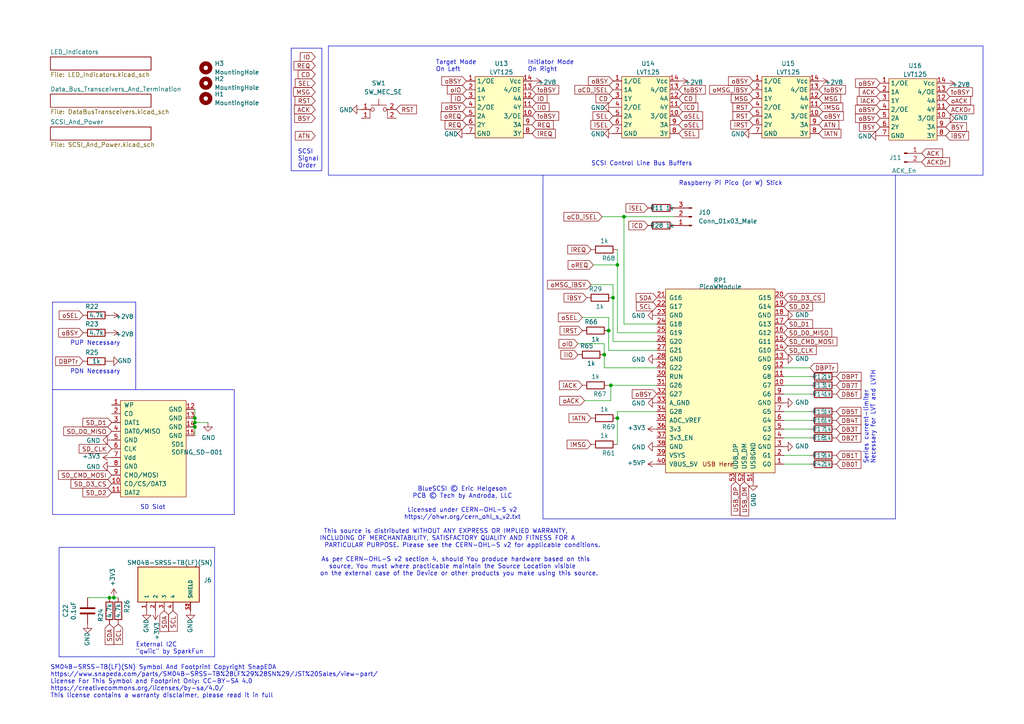
<source format=kicad_sch>
(kicad_sch (version 20231120) (generator "eeschema") (generator_version "8.0")
  (paper "A4")
  (title_block (title "BlueSCSI V2, Desktop 50 Pin, Top Connector, 2023.10a") (date "October 2023") (rev "1") (company "Tech by Androda, LLC"))
  (lib_symbols
    (symbol "Connector:Conn_01x02_Male" (pin_names (offset 1.016) hide)
      (property "Reference" "J" (at 0 2.54 0))
      (property "Value" "Conn_01x02_Male" (at 0 -5.08 0))
      (symbol "Conn_01x02_Male_1_1"
        (polyline (pts (xy 1.27 -2.54) (xy 0.8636 -2.54)) (stroke (width 0.1524)))
        (polyline (pts (xy 1.27 0) (xy 0.8636 0)) (stroke (width 0.1524)))
        (rectangle (start 0.8636 -2.413) (end 0 -2.667) (stroke (width 0.1524)) (fill (type outline)))
        (rectangle (start 0.8636 0.127) (end 0 -0.127) (stroke (width 0.1524)) (fill (type outline)))
        (pin passive line (at 5.08 0 180) (length 3.81) (name "Pin_1") (number "1"))
        (pin passive line (at 5.08 -2.54 180) (length 3.81) (name "Pin_2") (number "2"))
      )
    )
    (symbol "Connector:Conn_01x03_Male" (pin_names (offset 1.016) hide)
      (property "Reference" "J" (at 0 5.08 0))
      (property "Value" "Conn_01x03_Male" (at 0 -5.08 0))
      (symbol "Conn_01x03_Male_1_1"
        (polyline (pts (xy 1.27 -2.54) (xy 0.8636 -2.54)) (stroke (width 0.1524)))
        (polyline (pts (xy 1.27 0) (xy 0.8636 0)) (stroke (width 0.1524)))
        (polyline (pts (xy 1.27 2.54) (xy 0.8636 2.54)) (stroke (width 0.1524)))
        (rectangle (start 0.8636 -2.413) (end 0 -2.667) (stroke (width 0.1524)) (fill (type outline)))
        (rectangle (start 0.8636 0.127) (end 0 -0.127) (stroke (width 0.1524)) (fill (type outline)))
        (rectangle (start 0.8636 2.667) (end 0 2.413) (stroke (width 0.1524)) (fill (type outline)))
        (pin passive line (at 5.08 2.54 180) (length 3.81) (name "Pin_1") (number "1"))
        (pin passive line (at 5.08 0 180) (length 3.81) (name "Pin_2") (number "2"))
        (pin passive line (at 5.08 -2.54 180) (length 3.81) (name "Pin_3") (number "3"))
      )
    )
    (symbol "Device:C" (pin_numbers hide) (pin_names (offset 0.254))
      (property "Reference" "C" (at 0.635 2.54 0))
      (property "Value" "C" (at 0.635 -2.54 0))
      (symbol "C_0_1"
        (polyline (pts (xy -2.032 -0.762) (xy 2.032 -0.762)) (stroke (width 0.508)))
        (polyline (pts (xy -2.032 0.762) (xy 2.032 0.762)) (stroke (width 0.508)))
      )
      (symbol "C_1_1"
        (pin passive line (at 0 3.81 270) (length 2.794) (name "~") (number "1"))
        (pin passive line (at 0 -3.81 90) (length 2.794) (name "~") (number "2"))
      )
    )
    (symbol "Device:R" (pin_numbers hide) (pin_names (offset 0))
      (property "Reference" "R" (at 2.032 0 90))
      (property "Value" "R" (at 0 0 90))
      (symbol "R_0_1"
        (rectangle (start -1.016 -2.54) (end 1.016 2.54) (stroke (width 0.254)))
      )
      (symbol "R_1_1"
        (pin passive line (at 0 3.81 270) (length 1.27) (name "~") (number "1"))
        (pin passive line (at 0 -3.81 90) (length 1.27) (name "~") (number "2"))
      )
    )
    (symbol "Mechanical:MountingHole" (pin_names (offset 1.016))
      (property "Reference" "H" (at 0 5.08 0))
      (property "Value" "MountingHole" (at 0 3.175 0))
      (symbol "MountingHole_0_1"
        (circle (center 0 0) (radius 1.27) (stroke (width 1.27)))
      )
    )
    (symbol "New_Library:LVT125"
      (property "Reference" "U" (at 0 0 0))
      (property "Value" "LVT125" (at 0 2.54 0))
      (symbol "LVT125_0_1"
        (rectangle (start -7.62 -1.27) (end 6.35 -19.05) (fill (type background)))
        (rectangle (start 7.62 -12.7) (end 7.62 -12.7))
      )
      (symbol "LVT125_1_1"
        (pin input line (at -10.16 -2.54 0) (length 2.54) (name "1/OE") (number "1"))
        (pin bidirectional line (at 8.89 -12.7 180) (length 2.54) (name "3/OE") (number "10"))
        (pin bidirectional line (at 8.89 -10.16 180) (length 2.54) (name "4Y") (number "11"))
        (pin bidirectional line (at 8.89 -7.62 180) (length 2.54) (name "4A") (number "12"))
        (pin bidirectional line (at 8.89 -5.08 180) (length 2.54) (name "4/OE") (number "13"))
        (pin bidirectional line (at 8.89 -2.54 180) (length 2.54) (name "Vcc") (number "14"))
        (pin bidirectional line (at -10.16 -5.08 0) (length 2.54) (name "1A") (number "2"))
        (pin bidirectional line (at -10.16 -7.62 0) (length 2.54) (name "1Y") (number "3"))
        (pin bidirectional line (at -10.16 -10.16 0) (length 2.54) (name "2/OE") (number "4"))
        (pin bidirectional line (at -10.16 -12.7 0) (length 2.54) (name "2A") (number "5"))
        (pin bidirectional line (at -10.16 -15.24 0) (length 2.54) (name "2Y") (number "6"))
        (pin bidirectional line (at -10.16 -17.78 0) (length 2.54) (name "GND") (number "7"))
        (pin bidirectional line (at 8.89 -17.78 180) (length 2.54) (name "3Y") (number "8"))
        (pin bidirectional line (at 8.89 -15.24 180) (length 2.54) (name "3A") (number "9"))
      )
    )
    (symbol "New_Library:PicoWModule" (pin_names (offset 1.016))
      (property "Reference" "RP1" (at 0 -10.16 0))
      (property "Value" "PicoWModule" (at 0 -12.7 0))
      (symbol "PicoWModule_0_0"
        (text "USB Here" (at 1.27 -3.81 0) (effects (font (size 1.27 1.27))))
      )
      (symbol "PicoWModule_0_1"
        (rectangle (start 16.51 -1.27) (end -15.24 -54.61) (fill (type background)))
      )
      (symbol "PicoWModule_1_1"
        (pin bidirectional line (at -17.78 -3.81 0) (length 2.54) (name "G0") (number "1"))
        (pin bidirectional line (at -17.78 -26.67 0) (length 2.54) (name "G7") (number "10"))
        (pin bidirectional line (at -17.78 -29.21 0) (length 2.54) (name "G8") (number "11"))
        (pin bidirectional line (at -17.78 -31.75 0) (length 2.54) (name "G9") (number "12"))
        (pin bidirectional line (at -17.78 -34.29 0) (length 2.54) (name "GND") (number "13"))
        (pin bidirectional line (at -17.78 -36.83 0) (length 2.54) (name "G10") (number "14"))
        (pin bidirectional line (at -17.78 -39.37 0) (length 2.54) (name "G11") (number "15"))
        (pin bidirectional line (at -17.78 -41.91 0) (length 2.54) (name "G12") (number "16"))
        (pin bidirectional line (at -17.78 -44.45 0) (length 2.54) (name "G13") (number "17"))
        (pin power_in line (at -17.78 -46.99 0) (length 2.54) (name "GND") (number "18"))
        (pin power_in line (at -17.78 -49.53 0) (length 2.54) (name "G14") (number "19"))
        (pin bidirectional line (at -17.78 -6.35 0) (length 2.54) (name "G1") (number "2"))
        (pin power_in line (at -17.78 -52.07 0) (length 2.54) (name "G15") (number "20"))
        (pin power_in line (at 19.05 -52.07 180) (length 2.54) (name "G16") (number "21"))
        (pin bidirectional line (at 19.05 -49.53 180) (length 2.54) (name "G17") (number "22"))
        (pin bidirectional line (at 19.05 -46.99 180) (length 2.54) (name "GND") (number "23"))
        (pin bidirectional line (at 19.05 -44.45 180) (length 2.54) (name "G18") (number "24"))
        (pin input line (at 19.05 -41.91 180) (length 2.54) (name "G19") (number "25"))
        (pin bidirectional line (at 19.05 -39.37 180) (length 2.54) (name "G20") (number "26"))
        (pin bidirectional line (at 19.05 -36.83 180) (length 2.54) (name "G21") (number "27"))
        (pin bidirectional line (at 19.05 -34.29 180) (length 2.54) (name "GND") (number "28"))
        (pin bidirectional line (at 19.05 -31.75 180) (length 2.54) (name "G22") (number "29"))
        (pin bidirectional line (at -17.78 -8.89 0) (length 2.54) (name "GND") (number "3"))
        (pin bidirectional line (at 19.05 -29.21 180) (length 2.54) (name "RUN") (number "30"))
        (pin bidirectional line (at 19.05 -26.67 180) (length 2.54) (name "G26") (number "31"))
        (pin bidirectional line (at 19.05 -24.13 180) (length 2.54) (name "G27") (number "32"))
        (pin bidirectional line (at 19.05 -21.59 180) (length 2.54) (name "A_GND") (number "33"))
        (pin bidirectional line (at 19.05 -19.05 180) (length 2.54) (name "G28") (number "34"))
        (pin bidirectional line (at 19.05 -16.51 180) (length 2.54) (name "ADC_VREF") (number "35"))
        (pin bidirectional line (at 19.05 -13.97 180) (length 2.54) (name "3v3") (number "36"))
        (pin bidirectional line (at 19.05 -11.43 180) (length 2.54) (name "3v3_EN") (number "37"))
        (pin power_in line (at 19.05 -8.89 180) (length 2.54) (name "GND") (number "38"))
        (pin power_in line (at 19.05 -6.35 180) (length 2.54) (name "VSYS") (number "39"))
        (pin bidirectional line (at -17.78 -11.43 0) (length 2.54) (name "G2") (number "4"))
        (pin power_in line (at 19.05 -3.81 180) (length 2.54) (name "VBUS_5V") (number "40"))
        (pin bidirectional line (at -17.78 -13.97 0) (length 2.54) (name "G3") (number "5"))
        (pin input line (at -8.89 1.27 270) (length 2.54) (name "USBGND") (number "51"))
        (pin input line (at -6.35 1.27 270) (length 2.54) (name "USB_DM") (number "52"))
        (pin input line (at -3.81 1.27 270) (length 2.54) (name "UDB_DP") (number "53"))
        (pin bidirectional line (at -17.78 -16.51 0) (length 2.54) (name "G4") (number "6"))
        (pin bidirectional line (at -17.78 -19.05 0) (length 2.54) (name "G5") (number "7"))
        (pin bidirectional line (at -17.78 -21.59 0) (length 2.54) (name "GND") (number "8"))
        (pin bidirectional line (at -17.78 -24.13 0) (length 2.54) (name "G6") (number "9"))
      )
    )
    (symbol "New_Library:SM04B-SRSS-TB(LF)(SN)" (pin_names (offset 1.016))
      (property "Reference" "J" (at -5.0831 8.1433 0))
      (property "Value" "SM04B-SRSS-TB(LF)(SN)" (at 7.62 -15.24 90))
      (symbol "SM04B-SRSS-TB(LF)(SN)_0_0"
        (rectangle (start -5.08 -10.16) (end 5.08 7.62) (stroke (width 0.254)) (fill (type background)))
        (pin passive line (at -7.62 5.08 0) (length 2.54) (name "1") (number "1"))
        (pin passive line (at -7.62 2.54 0) (length 2.54) (name "2") (number "2"))
        (pin passive line (at -7.62 0 0) (length 2.54) (name "3") (number "3"))
        (pin passive line (at -7.62 -2.54 0) (length 2.54) (name "4") (number "4"))
        (pin passive line (at -7.62 -7.62 0) (length 2.54) (name "SHIELD") (number "S1"))
        (pin passive line (at -7.62 -7.62 0) (length 2.54) (name "SHIELD") (number "S2"))
      )
    )
    (symbol "Switch:SW_MEC_5E" (pin_names (offset 1.016) hide)
      (property "Reference" "SW1" (at 0 10.16 0))
      (property "Value" "SW_MEC_5E" (at 0 7.62 0))
      (symbol "SW_MEC_5E_0_1"
        (circle (center -1.778 2.54) (radius 0.508))
        (polyline (pts (xy -2.286 3.81) (xy 2.286 3.81)))
        (polyline (pts (xy 0 3.81) (xy 0 5.588)))
        (polyline (pts (xy -2.54 0) (xy -2.54 2.54) (xy -2.286 2.54)))
        (polyline (pts (xy 2.54 0) (xy 2.54 2.54) (xy 2.286 2.54)))
        (circle (center 1.778 2.54) (radius 0.508))
        (pin passive line (at -5.08 2.54 0) (length 2.54) (name "1") (number "1"))
        (pin passive line (at -5.08 0 0) (length 2.54) (name "2") (number "1"))
        (pin passive line (at 5.08 2.54 180) (length 2.54) (name "A") (number "2"))
        (pin passive line (at 5.08 0 180) (length 2.54) (name "K") (number "2"))
      )
    )
    (symbol "custom_symbols:SOFNG_SD-001" (pin_names (offset 1.016))
      (property "Reference" "SD" (at 0 0 0))
      (property "Value" "custom_symbols_SOFNG_SD-001" (at 0 2.54 0))
      (symbol "SOFNG_SD-001_0_1"
        (rectangle (start -3.81 -2.54) (end 15.24 -30.48) (fill (type background)))
      )
      (symbol "SOFNG_SD-001_1_1"
        (pin input line (at -6.35 -3.81 0) (length 2.54) (name "WP") (number "1"))
        (pin input line (at -6.35 -26.67 0) (length 2.54) (name "CD/CS/DAT3") (number "10"))
        (pin input line (at -6.35 -29.21 0) (length 2.54) (name "DAT2") (number "11"))
        (pin power_in line (at 17.78 -5.08 180) (length 2.54) (name "GND") (number "12"))
        (pin power_in line (at 17.78 -7.62 180) (length 2.54) (name "GND") (number "13"))
        (pin power_in line (at 17.78 -10.16 180) (length 2.54) (name "GND") (number "14"))
        (pin power_in line (at 17.78 -12.7 180) (length 2.54) (name "GND") (number "15"))
        (pin input line (at -6.35 -6.35 0) (length 2.54) (name "CD") (number "2"))
        (pin input line (at -6.35 -8.89 0) (length 2.54) (name "DAT1") (number "3"))
        (pin input line (at -6.35 -11.43 0) (length 2.54) (name "DAT0/MISO") (number "4"))
        (pin power_in line (at -6.35 -13.97 0) (length 2.54) (name "GND") (number "5"))
        (pin input line (at -6.35 -16.51 0) (length 2.54) (name "CLK") (number "6"))
        (pin power_in line (at -6.35 -19.05 0) (length 2.54) (name "Vdd") (number "7"))
        (pin power_in line (at -6.35 -21.59 0) (length 2.54) (name "GND") (number "8"))
        (pin input line (at -6.35 -24.13 0) (length 2.54) (name "CMD/MOSI") (number "9"))
      )
    )
    (symbol "power:+2V8" (power) (pin_names (offset 0))
      (property "Value" "+2V8" (at 0 3.556 0))
      (symbol "+2V8_0_1"
        (polyline (pts (xy -0.762 1.27) (xy 0 2.54)))
        (polyline (pts (xy 0 0) (xy 0 2.54)))
        (polyline (pts (xy 0 2.54) (xy 0.762 1.27)))
      )
      (symbol "+2V8_1_1"
        (pin power_in line (at 0 0 90) (length 0) hide (name "+2V8") (number "1"))
      )
    )
    (symbol "power:+3V3" (power) (pin_names (offset 0))
      (property "Value" "+3V3" (at 0 3.556 0))
      (symbol "+3V3_0_1"
        (polyline (pts (xy -0.762 1.27) (xy 0 2.54)))
        (polyline (pts (xy 0 0) (xy 0 2.54)))
        (polyline (pts (xy 0 2.54) (xy 0.762 1.27)))
      )
      (symbol "+3V3_1_1"
        (pin power_in line (at 0 0 90) (length 0) hide (name "+3V3") (number "1"))
      )
    )
    (symbol "power:+5VP" (power) (pin_names (offset 0))
      (property "Value" "+5VP" (at 0 3.556 0))
      (symbol "+5VP_0_1"
        (polyline (pts (xy -0.762 1.27) (xy 0 2.54)))
        (polyline (pts (xy 0 0) (xy 0 2.54)))
        (polyline (pts (xy 0 2.54) (xy 0.762 1.27)))
      )
      (symbol "+5VP_1_1"
        (pin power_in line (at 0 0 90) (length 0) hide (name "+5VP") (number "1"))
      )
    )
    (symbol "power:GND" (power) (pin_names (offset 0))
      (property "Value" "GND" (at 0 -3.81 0))
      (symbol "GND_0_1"
        (polyline (pts (xy 0 0) (xy 0 -1.27) (xy 1.27 -1.27) (xy 0 -2.54) (xy -1.27 -1.27) (xy 0 -1.27)))
      )
      (symbol "GND_1_1"
        (pin power_in line (at 0 0 270) (length 0) hide (name "GND") (number "1"))
      )
    )
  )
  (junction (at 179.07 121.285))
  (junction (at 177.165 111.76))
  (junction (at 56.515 123.825))
  (junction (at 56.515 122.555))
  (junction (at 31.75 173.355))
  (junction (at 180.975 62.865))
  (junction (at 176.53 95.885))
  (junction (at 177.8 86.36))
  (junction (at 179.07 76.835))
  (junction (at 33.02 173.355))
  (junction (at 56.515 121.285))
  (junction (at 175.26 102.87))
  (polyline (pts (xy 84.455 49.53) (xy 93.345 49.53)))
  (wire (pts (xy 175.26 99.695) (xy 175.26 102.87)))
  (wire (pts (xy 175.26 106.68) (xy 190.5 106.68)))
  (wire (pts (xy 169.545 116.205) (xy 177.165 116.205)))
  (polyline (pts (xy 259.715 150.495) (xy 157.48 150.495)))
  (wire (pts (xy 176.53 101.6) (xy 176.53 95.885)))
  (wire (pts (xy 190.5 96.52) (xy 179.07 96.52)))
  (polyline (pts (xy 62.23 190.5) (xy 17.145 190.5)))
  (polyline (pts (xy 17.145 158.75) (xy 62.23 158.75)))
  (wire (pts (xy 56.515 123.825) (xy 56.515 126.365)))
  (wire (pts (xy 227.33 121.92) (xy 234.95 121.92)))
  (wire (pts (xy 179.07 76.835) (xy 179.07 96.52)))
  (wire (pts (xy 168.91 92.075) (xy 176.53 92.075)))
  (wire (pts (xy 227.33 132.08) (xy 234.95 132.08)))
  (wire (pts (xy 190.5 93.98) (xy 180.975 93.98)))
  (wire (pts (xy 227.33 114.3) (xy 234.95 114.3)))
  (wire (pts (xy 177.165 111.76) (xy 190.5 111.76)))
  (wire (pts (xy 180.975 62.865) (xy 180.975 93.98)))
  (wire (pts (xy 172.085 76.835) (xy 179.07 76.835)))
  (wire (pts (xy 190.5 99.06) (xy 177.8 99.06)))
  (wire (pts (xy 175.26 106.68) (xy 175.26 102.87)))
  (wire (pts (xy 227.33 124.46) (xy 234.95 124.46)))
  (wire (pts (xy 190.5 101.6) (xy 176.53 101.6)))
  (wire (pts (xy 176.53 111.76) (xy 177.165 111.76)))
  (wire (pts (xy 174.625 62.865) (xy 180.975 62.865)))
  (polyline (pts (xy 15.24 113.03) (xy 15.24 149.225)))
  (polyline (pts (xy 15.24 113.03) (xy 15.24 87.63)))
  (wire (pts (xy 33.02 173.355) (xy 34.29 173.355)))
  (wire (pts (xy 177.165 116.205) (xy 177.165 111.76)))
  (wire (pts (xy 176.53 92.075) (xy 176.53 95.885)))
  (wire (pts (xy 56.515 122.555) (xy 56.515 123.825)))
  (polyline (pts (xy 15.24 87.63) (xy 39.37 87.63)))
  (wire (pts (xy 179.07 119.38) (xy 190.5 119.38)))
  (wire (pts (xy 177.8 82.55) (xy 177.8 86.36)))
  (wire (pts (xy 56.515 118.745) (xy 56.515 121.285)))
  (wire (pts (xy 177.8 99.06) (xy 177.8 86.36)))
  (polyline (pts (xy 39.37 87.63) (xy 39.37 113.03)))
  (wire (pts (xy 179.07 72.39) (xy 179.07 76.835)))
  (wire (pts (xy 179.07 119.38) (xy 179.07 121.285)))
  (wire (pts (xy 25.4 173.355) (xy 31.75 173.355)))
  (wire (pts (xy 227.33 119.38) (xy 234.95 119.38)))
  (wire (pts (xy 60.325 122.555) (xy 56.515 122.555)))
  (wire (pts (xy 167.64 99.695) (xy 175.26 99.695)))
  (polyline (pts (xy 17.145 190.5) (xy 17.145 158.75)))
  (polyline (pts (xy 285.115 50.8) (xy 95.25 50.8)))
  (wire (pts (xy 171.45 82.55) (xy 177.8 82.55)))
  (polyline (pts (xy 93.345 49.53) (xy 93.345 13.97)))
  (wire (pts (xy 227.33 127) (xy 234.95 127)))
  (polyline (pts (xy 84.455 13.97) (xy 84.455 49.53)))
  (polyline (pts (xy 15.24 113.03) (xy 67.945 113.03)))
  (polyline (pts (xy 95.25 13.335) (xy 285.115 13.335)))
  (wire (pts (xy 31.75 173.355) (xy 33.02 173.355)))
  (wire (pts (xy 227.33 106.68) (xy 234.95 106.68)))
  (wire (pts (xy 227.33 111.76) (xy 234.95 111.76)))
  (wire (pts (xy 56.515 121.285) (xy 56.515 122.555)))
  (wire (pts (xy 227.33 134.62) (xy 234.95 134.62)))
  (polyline (pts (xy 67.945 149.225) (xy 67.945 113.03)))
  (wire (pts (xy 179.07 121.285) (xy 179.07 128.905)))
  (wire (pts (xy 227.33 109.22) (xy 234.95 109.22)))
  (polyline (pts (xy 84.455 13.97) (xy 93.345 13.97)))
  (polyline (pts (xy 95.25 50.8) (xy 95.25 13.335)))
  (polyline (pts (xy 62.23 158.75) (xy 62.23 190.5)))
  (polyline (pts (xy 157.48 150.495) (xy 157.48 50.8)))
  (wire (pts (xy 180.975 62.865) (xy 195.58 62.865)))
  (polyline (pts (xy 15.24 149.225) (xy 67.945 149.225)))
  (polyline (pts (xy 285.115 13.335) (xy 285.115 50.8)))
  (polyline (pts (xy 259.715 50.8) (xy 259.715 150.495)))
  (text "Series current-limiter\nNecessary for LVT and LVTH" (at 254 134.62 90) (effects (font (size 1.27 1.27)) (justify left bottom)))
  (text "Target Mode\nOn Left" (at 126.365 20.955 0) (effects (font (size 1.27 1.27)) (justify left bottom)))
  (text "SCSI Control Line Bus Buffers" (at 171.45 48.26 0) (effects (font (size 1.27 1.27)) (justify left bottom)))
  (text "Initiator Mode\nOn Right" (at 153.035 20.955 0) (effects (font (size 1.27 1.27)) (justify left bottom)))
  (text "SM04B-SRSS-TB(LF)(SN) Symbol And Footprint Copyright SnapEDA\nhttps://www.snapeda.com/parts/SM04B-SRSS-TB%28LF%29%28SN%29/JST%20Sales/view-part/\nLicense For This Symbol and Footprint Only: CC-BY-SA 4.0\nhttps://creativecommons.org/licenses/by-sa/4.0/\nThis license contains a warranty disclaimer, please read it in full" (at 14.605 202.565 0) (effects (font (size 1.27 1.27)) (justify left bottom)))
  (text "External I2C\n\"qwiic\" by SparkFun" (at 39.37 189.865 0) (effects (font (size 1.27 1.27)) (justify left bottom)))
  (text "SCSI\nSignal\nOrder" (at 86.36 48.895 0) (effects (font (size 1.27 1.27)) (justify left bottom)))
  (text "SD Slot" (at 40.64 147.955 0) (effects (font (size 1.27 1.27)) (justify left bottom)))
  (text "BlueSCSI © Eric Helgeson\nPCB © Tech by Androda, LLC\n\nLicensed under CERN-OHL-S v2\nhttps://ohwr.org/cern_ohl_s_v2.txt\n\nThis source is distributed WITHOUT ANY EXPRESS OR IMPLIED WARRANTY,          \nINCLUDING OF MERCHANTABILITY, SATISFACTORY QUALITY AND FITNESS FOR A         \nPARTICULAR PURPOSE. Please see the CERN-OHL-S v2 for applicable conditions.\n\nAs per CERN-OHL-S v2 section 4, should You produce hardware based on this    \nsource, You must where practicable maintain the Source Location visible      \non the external case of the Device or other products you make using this source.  \n" (at 134.112 154.178 0) (effects (font (size 1.27 1.27))))
  (text "PUP Necessary" (at 20.32 100.33 0) (effects (font (size 1.27 1.27)) (justify left bottom)))
  (text "PDN Necessary" (at 20.32 108.585 0) (effects (font (size 1.27 1.27)) (justify left bottom)))
  (text "Raspberry Pi Pico (or W) Stick" (at 196.85 53.975 0) (effects (font (size 1.27 1.27)) (justify left bottom)))
  (global_label "oSEL" (shape input) (at 24.13 91.44 180) (property "Intersheetrefs" "${INTERSHEET_REFS}" (effects (hide yes))))
  (global_label "MSG" (shape input) (at 237.49 28.575 0) (property "Intersheetrefs" "${INTERSHEET_REFS}" (effects (hide yes))))
  (global_label "iATN" (shape input) (at 237.49 38.735 0) (property "Intersheetrefs" "${INTERSHEET_REFS}" (effects (hide yes))))
  (global_label "SCL" (shape input) (at 190.5 88.9 180) (property "Intersheetrefs" "${INTERSHEET_REFS}" (effects (hide yes))))
  (global_label "CD" (shape input) (at 177.8 28.575 180) (property "Intersheetrefs" "${INTERSHEET_REFS}" (effects (hide yes))))
  (global_label "iMSG" (shape input) (at 171.45 128.905 180) (property "Intersheetrefs" "${INTERSHEET_REFS}" (effects (hide yes))))
  (global_label "oSEL" (shape input) (at 196.85 33.655 0) (property "Intersheetrefs" "${INTERSHEET_REFS}" (effects (hide yes))))
  (global_label "IO" (shape input) (at 154.305 28.575 0) (property "Intersheetrefs" "${INTERSHEET_REFS}" (effects (hide yes))))
  (global_label "DB1T" (shape input) (at 242.57 132.08 0) (property "Intersheetrefs" "${INTERSHEET_REFS}" (effects (hide yes))))
  (global_label "oSEL" (shape input) (at 168.91 92.075 180) (property "Intersheetrefs" "${INTERSHEET_REFS}" (effects (hide yes))))
  (global_label "DBPTr" (shape input) (at 24.13 104.775 180) (property "Intersheetrefs" "${INTERSHEET_REFS}" (effects (hide yes))))
  (global_label "SD_D1" (shape input) (at 32.385 122.555 180) (property "Intersheetrefs" "${INTERSHEET_REFS}" (effects (hide yes))))
  (global_label "MSG" (shape input) (at 91.44 26.67 180) (property "Intersheetrefs" "${INTERSHEET_REFS}" (effects (hide yes))))
  (global_label "IO" (shape input) (at 91.44 16.51 180) (property "Intersheetrefs" "${INTERSHEET_REFS}" (effects (hide yes))))
  (global_label "oIO" (shape input) (at 135.255 26.035 180) (property "Intersheetrefs" "${INTERSHEET_REFS}" (effects (hide yes))))
  (global_label "REQ" (shape input) (at 91.44 19.05 180) (property "Intersheetrefs" "${INTERSHEET_REFS}" (effects (hide yes))))
  (global_label "oBSY" (shape input) (at 255.27 24.13 180) (property "Intersheetrefs" "${INTERSHEET_REFS}" (effects (hide yes))))
  (global_label "iSEL" (shape input) (at 187.96 60.325 180) (property "Intersheetrefs" "${INTERSHEET_REFS}" (effects (hide yes))))
  (global_label "ACKDr" (shape input) (at 267.335 46.99 0) (property "Intersheetrefs" "${INTERSHEET_REFS}" (effects (hide yes))))
  (global_label "oBSY" (shape input) (at 177.8 23.495 180) (property "Intersheetrefs" "${INTERSHEET_REFS}" (effects (hide yes))))
  (global_label "!oBSY" (shape input) (at 154.305 26.035 0) (property "Intersheetrefs" "${INTERSHEET_REFS}" (effects (hide yes))))
  (global_label "oACK" (shape input) (at 274.32 29.21 0) (property "Intersheetrefs" "${INTERSHEET_REFS}" (effects (hide yes))))
  (global_label "oBSY" (shape input) (at 255.27 31.75 180) (property "Intersheetrefs" "${INTERSHEET_REFS}" (effects (hide yes))))
  (global_label "BSY" (shape input) (at 255.27 36.83 180) (property "Intersheetrefs" "${INTERSHEET_REFS}" (effects (hide yes))))
  (global_label "oMSG_iBSY" (shape input) (at 218.44 26.035 180) (property "Intersheetrefs" "${INTERSHEET_REFS}" (effects (hide yes))))
  (global_label "iMSG" (shape input) (at 237.49 31.115 0) (property "Intersheetrefs" "${INTERSHEET_REFS}" (effects (hide yes))))
  (global_label "REQ" (shape input) (at 154.305 36.195 0) (property "Intersheetrefs" "${INTERSHEET_REFS}" (effects (hide yes))))
  (global_label "ATN" (shape input) (at 237.49 36.195 0) (property "Intersheetrefs" "${INTERSHEET_REFS}" (effects (hide yes))))
  (global_label "DB7T" (shape input) (at 242.57 111.76 0) (property "Intersheetrefs" "${INTERSHEET_REFS}" (effects (hide yes))))
  (global_label "SD_CMD_MOSI" (shape input) (at 32.385 137.795 180) (property "Intersheetrefs" "${INTERSHEET_REFS}" (effects (hide yes))))
  (global_label "RST" (shape input) (at 218.44 31.115 180) (property "Intersheetrefs" "${INTERSHEET_REFS}" (effects (hide yes))))
  (global_label "IO" (shape input) (at 135.255 28.575 180) (property "Intersheetrefs" "${INTERSHEET_REFS}" (effects (hide yes))))
  (global_label "SD_D0_MISO" (shape input) (at 227.33 96.52 0) (property "Intersheetrefs" "${INTERSHEET_REFS}" (effects (hide yes))))
  (global_label "BSY" (shape input) (at 274.32 36.83 0) (property "Intersheetrefs" "${INTERSHEET_REFS}" (effects (hide yes))))
  (global_label "iREQ" (shape input) (at 171.45 72.39 180) (property "Intersheetrefs" "${INTERSHEET_REFS}" (effects (hide yes))))
  (global_label "oBSY" (shape input) (at 237.49 33.655 0) (property "Intersheetrefs" "${INTERSHEET_REFS}" (effects (hide yes))))
  (global_label "SDA" (shape input) (at 31.75 180.975 270) (property "Intersheetrefs" "${INTERSHEET_REFS}" (effects (hide yes))))
  (global_label "ATN" (shape input) (at 91.44 39.37 180) (property "Intersheetrefs" "${INTERSHEET_REFS}" (effects (hide yes))))
  (global_label "SD_D3_CS" (shape input) (at 227.33 86.36 0) (property "Intersheetrefs" "${INTERSHEET_REFS}" (effects (hide yes))))
  (global_label "oBSY" (shape input) (at 135.255 31.115 180) (property "Intersheetrefs" "${INTERSHEET_REFS}" (effects (hide yes))))
  (global_label "iCD" (shape input) (at 187.96 65.405 180) (property "Intersheetrefs" "${INTERSHEET_REFS}" (effects (hide yes))))
  (global_label "SD_D0_MISO" (shape input) (at 32.385 125.095 180) (property "Intersheetrefs" "${INTERSHEET_REFS}" (effects (hide yes))))
  (global_label "oMSG_iBSY" (shape input) (at 171.45 82.55 180) (property "Intersheetrefs" "${INTERSHEET_REFS}" (effects (hide yes))))
  (global_label "oBSY" (shape input) (at 218.44 23.495 180) (property "Intersheetrefs" "${INTERSHEET_REFS}" (effects (hide yes))))
  (global_label "BSY" (shape input) (at 91.44 34.29 180) (property "Intersheetrefs" "${INTERSHEET_REFS}" (effects (hide yes))))
  (global_label "iIO" (shape input) (at 154.305 31.115 0) (property "Intersheetrefs" "${INTERSHEET_REFS}" (effects (hide yes))))
  (global_label "iREQ" (shape input) (at 154.305 38.735 0) (property "Intersheetrefs" "${INTERSHEET_REFS}" (effects (hide yes))))
  (global_label "SCL" (shape input) (at 50.165 177.165 270) (property "Intersheetrefs" "${INTERSHEET_REFS}" (effects (hide yes))))
  (global_label "iRST" (shape input) (at 168.91 95.885 180) (property "Intersheetrefs" "${INTERSHEET_REFS}" (effects (hide yes))))
  (global_label "iSEL" (shape input) (at 177.8 36.195 180) (property "Intersheetrefs" "${INTERSHEET_REFS}" (effects (hide yes))))
  (global_label "DBPTr" (shape input) (at 234.95 106.68 0) (property "Intersheetrefs" "${INTERSHEET_REFS}" (effects (hide yes))))
  (global_label "ACK" (shape input) (at 267.335 44.45 0) (property "Intersheetrefs" "${INTERSHEET_REFS}" (effects (hide yes))))
  (global_label "oREQ" (shape input) (at 135.255 33.655 180) (property "Intersheetrefs" "${INTERSHEET_REFS}" (effects (hide yes))))
  (global_label "ACK" (shape input) (at 91.44 31.75 180) (property "Intersheetrefs" "${INTERSHEET_REFS}" (effects (hide yes))))
  (global_label "SD_CMD_MOSI" (shape input) (at 227.33 99.06 0) (property "Intersheetrefs" "${INTERSHEET_REFS}" (effects (hide yes))))
  (global_label "oBSY" (shape input) (at 255.27 34.29 180) (property "Intersheetrefs" "${INTERSHEET_REFS}" (effects (hide yes))))
  (global_label "RST" (shape input) (at 218.44 33.655 180) (property "Intersheetrefs" "${INTERSHEET_REFS}" (effects (hide yes))))
  (global_label "SEL" (shape input) (at 196.85 38.735 0) (property "Intersheetrefs" "${INTERSHEET_REFS}" (effects (hide yes))))
  (global_label "ACKDr" (shape input) (at 274.32 31.75 0) (property "Intersheetrefs" "${INTERSHEET_REFS}" (effects (hide yes))))
  (global_label "DB6T" (shape input) (at 242.57 114.3 0) (property "Intersheetrefs" "${INTERSHEET_REFS}" (effects (hide yes))))
  (global_label "oCD_iSEL" (shape input) (at 177.8 26.035 180) (property "Intersheetrefs" "${INTERSHEET_REFS}" (effects (hide yes))))
  (global_label "RST" (shape input) (at 91.44 29.21 180) (property "Intersheetrefs" "${INTERSHEET_REFS}" (effects (hide yes))))
  (global_label "SD_D2" (shape input) (at 32.385 142.875 180) (property "Intersheetrefs" "${INTERSHEET_REFS}" (effects (hide yes))))
  (global_label "iATN" (shape input) (at 171.45 121.285 180) (property "Intersheetrefs" "${INTERSHEET_REFS}" (effects (hide yes))))
  (global_label "CD" (shape input) (at 91.44 21.59 180) (property "Intersheetrefs" "${INTERSHEET_REFS}" (effects (hide yes))))
  (global_label "SD_D1" (shape input) (at 227.33 93.98 0) (property "Intersheetrefs" "${INTERSHEET_REFS}" (effects (hide yes))))
  (global_label "SEL" (shape input) (at 91.44 24.13 180) (property "Intersheetrefs" "${INTERSHEET_REFS}" (effects (hide yes))))
  (global_label "!oBSY" (shape input) (at 196.85 26.035 0) (property "Intersheetrefs" "${INTERSHEET_REFS}" (effects (hide yes))))
  (global_label "REQ" (shape input) (at 135.255 36.195 180) (property "Intersheetrefs" "${INTERSHEET_REFS}" (effects (hide yes))))
  (global_label "SEL" (shape input) (at 177.8 33.655 180) (property "Intersheetrefs" "${INTERSHEET_REFS}" (effects (hide yes))))
  (global_label "iIO" (shape input) (at 167.64 102.87 180) (property "Intersheetrefs" "${INTERSHEET_REFS}" (effects (hide yes))))
  (global_label "RST" (shape input) (at 114.935 31.75 0) (property "Intersheetrefs" "${INTERSHEET_REFS}" (effects (hide yes))))
  (global_label "DB5T" (shape input) (at 242.57 119.38 0) (property "Intersheetrefs" "${INTERSHEET_REFS}" (effects (hide yes))))
  (global_label "!oBSY" (shape input) (at 237.49 26.035 0) (property "Intersheetrefs" "${INTERSHEET_REFS}" (effects (hide yes))))
  (global_label "!oBSY" (shape input) (at 154.305 33.655 0) (property "Intersheetrefs" "${INTERSHEET_REFS}" (effects (hide yes))))
  (global_label "SD_D2" (shape input) (at 227.33 88.9 0) (property "Intersheetrefs" "${INTERSHEET_REFS}" (effects (hide yes))))
  (global_label "SD_CLK" (shape input) (at 227.33 101.6 0) (property "Intersheetrefs" "${INTERSHEET_REFS}" (effects (hide yes))))
  (global_label "USB_DP" (shape input) (at 213.36 139.7 270) (property "Intersheetrefs" "${INTERSHEET_REFS}" (effects (hide yes))))
  (global_label "DB2T" (shape input) (at 242.57 127 0) (property "Intersheetrefs" "${INTERSHEET_REFS}" (effects (hide yes))))
  (global_label "oCD_iSEL" (shape input) (at 174.625 62.865 180) (property "Intersheetrefs" "${INTERSHEET_REFS}" (effects (hide yes))))
  (global_label "iRST" (shape input) (at 218.44 36.195 180) (property "Intersheetrefs" "${INTERSHEET_REFS}" (effects (hide yes))))
  (global_label "oIO" (shape input) (at 167.64 99.695 180) (property "Intersheetrefs" "${INTERSHEET_REFS}" (effects (hide yes))))
  (global_label "oBSY" (shape input) (at 135.255 23.495 180) (property "Intersheetrefs" "${INTERSHEET_REFS}" (effects (hide yes))))
  (global_label "iACK" (shape input) (at 255.27 29.21 180) (property "Intersheetrefs" "${INTERSHEET_REFS}" (effects (hide yes))))
  (global_label "iBSY" (shape input) (at 274.32 39.37 0) (property "Intersheetrefs" "${INTERSHEET_REFS}" (effects (hide yes))))
  (global_label "oBSY" (shape input) (at 190.5 114.3 180) (property "Intersheetrefs" "${INTERSHEET_REFS}" (effects (hide yes))))
  (global_label "SD_CLK" (shape input) (at 32.385 130.175 180) (property "Intersheetrefs" "${INTERSHEET_REFS}" (effects (hide yes))))
  (global_label "SCL" (shape input) (at 34.29 180.975 270) (property "Intersheetrefs" "${INTERSHEET_REFS}" (effects (hide yes))))
  (global_label "SDA" (shape input) (at 47.625 177.165 270) (property "Intersheetrefs" "${INTERSHEET_REFS}" (effects (hide yes))))
  (global_label "DB3T" (shape input) (at 242.57 124.46 0) (property "Intersheetrefs" "${INTERSHEET_REFS}" (effects (hide yes))))
  (global_label "oBSY" (shape input) (at 24.13 96.52 180) (property "Intersheetrefs" "${INTERSHEET_REFS}" (effects (hide yes))))
  (global_label "oSEL" (shape input) (at 196.85 36.195 0) (property "Intersheetrefs" "${INTERSHEET_REFS}" (effects (hide yes))))
  (global_label "DBPT" (shape input) (at 242.57 109.22 0) (property "Intersheetrefs" "${INTERSHEET_REFS}" (effects (hide yes))))
  (global_label "SD_D3_CS" (shape input) (at 32.385 140.335 180) (property "Intersheetrefs" "${INTERSHEET_REFS}" (effects (hide yes))))
  (global_label "SDA" (shape input) (at 190.5 86.36 180) (property "Intersheetrefs" "${INTERSHEET_REFS}" (effects (hide yes))))
  (global_label "iCD" (shape input) (at 196.85 31.115 0) (property "Intersheetrefs" "${INTERSHEET_REFS}" (effects (hide yes))))
  (global_label "USB_DM" (shape input) (at 215.9 139.7 270) (property "Intersheetrefs" "${INTERSHEET_REFS}" (effects (hide yes))))
  (global_label "DB4T" (shape input) (at 242.57 121.92 0) (property "Intersheetrefs" "${INTERSHEET_REFS}" (effects (hide yes))))
  (global_label "iBSY" (shape input) (at 170.18 86.36 180) (property "Intersheetrefs" "${INTERSHEET_REFS}" (effects (hide yes))))
  (global_label "CD" (shape input) (at 196.85 28.575 0) (property "Intersheetrefs" "${INTERSHEET_REFS}" (effects (hide yes))))
  (global_label "MSG" (shape input) (at 218.44 28.575 180) (property "Intersheetrefs" "${INTERSHEET_REFS}" (effects (hide yes))))
  (global_label "oACK" (shape input) (at 169.545 116.205 180) (property "Intersheetrefs" "${INTERSHEET_REFS}" (effects (hide yes))))
  (global_label "oREQ" (shape input) (at 172.085 76.835 180) (property "Intersheetrefs" "${INTERSHEET_REFS}" (effects (hide yes))))
  (global_label "iACK" (shape input) (at 168.91 111.76 180) (property "Intersheetrefs" "${INTERSHEET_REFS}" (effects (hide yes))))
  (global_label "!oBSY" (shape input) (at 274.32 26.67 0) (property "Intersheetrefs" "${INTERSHEET_REFS}" (effects (hide yes))))
  (global_label "DB0T" (shape input) (at 242.57 134.62 0) (property "Intersheetrefs" "${INTERSHEET_REFS}" (effects (hide yes))))
  (global_label "ACK" (shape input) (at 255.27 26.67 180) (property "Intersheetrefs" "${INTERSHEET_REFS}" (effects (hide yes))))
  (symbol (lib_id "power:+3V3") (at 190.5 124.46 90) (unit 1)
    (property "Reference" "#PWR047" (effects (hide yes)))
    (property "Value" "+3V3" (at 187.2488 124.079 90) (effects (justify left)))
  )
  (symbol (lib_id "power:+5VP") (at 190.5 134.62 90) (unit 1)
    (property "Reference" "#PWR036" (effects (hide yes)))
    (property "Value" "+5VP" (at 187.2488 134.239 90) (effects (justify left)))
  )
  (symbol (lib_id "power:GND") (at 190.5 116.84 270) (unit 1)
    (property "Reference" "#PWR037" (effects (hide yes)))
    (property "Value" "GND" (at 187.2488 116.967 90) (effects (justify right)))
  )
  (symbol (lib_id "power:GND") (at 218.44 38.735 270) (unit 1)
    (property "Reference" "#PWR032" (effects (hide yes)))
    (property "Value" "GND" (at 214.0458 38.862 90))
  )
  (symbol (lib_id "Device:R") (at 175.26 121.285 270) (unit 1)
    (property "Reference" "R69" (at 176.53 123.825 90))
    (property "Value" "1k" (at 175.26 118.745 90))
    (property "Footprint" "Resistor_SMD:R_0402_1005Metric" (effects (hide yes)))
  )
  (symbol (lib_id "Device:R") (at 175.26 128.905 270) (unit 1)
    (property "Reference" "R61" (at 176.53 131.445 90))
    (property "Value" "1k" (at 175.26 126.365 90))
    (property "Footprint" "Resistor_SMD:R_0402_1005Metric" (effects (hide yes)))
  )
  (symbol (lib_id "power:GND") (at 190.5 91.44 270) (unit 1)
    (property "Reference" "#PWR061" (effects (hide yes)))
    (property "Value" "GND" (at 187.2488 91.567 90) (effects (justify right)))
  )
  (symbol (lib_id "New_Library:LVT125") (at 228.6 20.955 0) (unit 1)
    (property "Reference" "U15" (at 228.6 18.415 0))
    (property "Value" "LVT125" (at 228.6 20.955 0))
    (property "Footprint" "Package_SO:TSSOP-14_4.4x5mm_P0.65mm" (effects (hide yes)))
  )
  (symbol (lib_id "power:GND") (at 60.325 122.555 0) (unit 1)
    (property "Reference" "#PWR051" (effects (hide yes)))
    (property "Value" "GND" (at 60.452 126.9492 0))
  )
  (symbol (lib_id "power:+2V8") (at 237.49 23.495 270) (unit 1)
    (property "Reference" "#PWR079" (effects (hide yes)))
    (property "Value" "+2V8" (at 241.8842 23.876 90))
  )
  (symbol (lib_id "power:GND") (at 227.33 91.44 90) (unit 1)
    (property "Reference" "#PWR064" (effects (hide yes)))
    (property "Value" "GND" (at 230.5812 91.313 90) (effects (justify right)))
  )
  (symbol (lib_id "Device:R") (at 238.76 114.3 90) (unit 1)
    (property "Reference" "R14" (at 237.49 114.3 90))
    (property "Value" "1k" (at 240.03 114.3 90))
    (property "Footprint" "Resistor_SMD:R_0402_1005Metric_Pad0.72x0.64mm_HandSolder" (effects (hide yes)))
  )
  (symbol (lib_id "Device:R") (at 173.99 86.36 90) (unit 1)
    (property "Reference" "R29" (at 172.72 83.82 90))
    (property "Value" "1k" (at 173.99 88.9 90))
    (property "Footprint" "Resistor_SMD:R_0402_1005Metric" (effects (hide yes)))
  )
  (symbol (lib_id "New_Library:PicoWModule") (at 209.55 138.43 180) (unit 1)
    (property "Reference" "RP1" (at 208.915 81.28 0))
    (property "Value" "PicoWModule" (at 208.915 83.185 0))
    (property "Footprint" "Library:Raspberry_Pi_PicoW_SMT_THT" (effects (hide yes)))
  )
  (symbol (lib_id "Mechanical:MountingHole") (at 59.69 24.13 0) (unit 1)
    (property "Reference" "H2" (at 62.23 22.8599 0) (effects (justify left)))
    (property "Value" "MountingHole" (at 62.23 25.3999 0) (effects (justify left)))
    (property "Footprint" "MountingHole:MountingHole_3.2mm_M3" (effects (hide yes)))
  )
  (symbol (lib_id "power:GND") (at 177.8 38.735 270) (unit 1)
    (property "Reference" "#PWR030" (effects (hide yes)))
    (property "Value" "GND" (at 173.4058 38.862 90))
  )
  (symbol (lib_id "power:GND") (at 190.5 129.54 270) (unit 1)
    (property "Reference" "#PWR063" (effects (hide yes)))
    (property "Value" "GND" (at 187.2488 129.667 90) (effects (justify right)))
  )
  (symbol (lib_id "Connector:Conn_01x03_Male") (at 200.66 62.865 180) (unit 1)
    (property "Reference" "J10" (at 202.565 61.5949 0) (effects (justify right)))
    (property "Value" "Conn_01x03_Male" (at 202.565 64.1349 0) (effects (justify right)))
    (property "Footprint" "Connector_PinHeader_2.54mm:PinHeader_1x03_P2.54mm_Vertical" (effects (hide yes)))
  )
  (symbol (lib_id "power:GND") (at 42.545 177.165 0) (mirror y) (unit 1)
    (property "Reference" "#PWR0107" (effects (hide yes)))
    (property "Value" "GND" (at 42.418 181.5592 90))
  )
  (symbol (lib_id "Device:C") (at 25.4 177.165 180) (unit 1)
    (property "Reference" "C22" (at 18.9992 177.165 90))
    (property "Value" "0.1uF" (at 21.3106 177.165 90))
    (property "Footprint" "Capacitor_SMD:C_0805_2012Metric_Pad1.18x1.45mm_HandSolder" (effects (hide yes)))
  )
  (symbol (lib_id "Device:R") (at 172.72 111.76 270) (unit 1)
    (property "Reference" "R67" (at 173.99 114.3 90))
    (property "Value" "1k" (at 172.72 109.22 90))
    (property "Footprint" "Resistor_SMD:R_0402_1005Metric" (effects (hide yes)))
  )
  (symbol (lib_id "power:GND") (at 255.27 39.37 270) (unit 1)
    (property "Reference" "#PWR040" (effects (hide yes)))
    (property "Value" "GND" (at 250.8758 39.497 90))
  )
  (symbol (lib_id "Device:R") (at 172.72 95.885 90) (unit 1)
    (property "Reference" "R66" (at 171.45 93.345 90))
    (property "Value" "1k" (at 172.72 98.425 90))
    (property "Footprint" "Resistor_SMD:R_0402_1005Metric" (effects (hide yes)))
  )
  (symbol (lib_id "power:GND") (at 177.8 31.115 270) (unit 1)
    (property "Reference" "#PWR029" (effects (hide yes)))
    (property "Value" "GND" (at 173.4058 31.242 90))
  )
  (symbol (lib_id "Device:R") (at 238.76 111.76 90) (unit 1)
    (property "Reference" "R13" (at 237.49 111.76 90))
    (property "Value" "1k" (at 240.03 111.76 90))
    (property "Footprint" "Resistor_SMD:R_0402_1005Metric_Pad0.72x0.64mm_HandSolder" (effects (hide yes)))
  )
  (symbol (lib_id "Device:R") (at 238.76 134.62 90) (unit 1)
    (property "Reference" "R42" (at 237.49 134.62 90))
    (property "Value" "1k" (at 240.03 134.62 90))
    (property "Footprint" "Resistor_SMD:R_0402_1005Metric_Pad0.72x0.64mm_HandSolder" (effects (hide yes)))
  )
  (symbol (lib_id "Device:R") (at 27.94 104.775 90) (unit 1)
    (property "Reference" "R25" (at 26.67 102.235 90))
    (property "Value" "1k" (at 27.94 104.775 90))
    (property "Footprint" "Resistor_SMD:R_0402_1005Metric" (effects (hide yes)))
  )
  (symbol (lib_id "custom_symbols:SOFNG_SD-001") (at 38.735 113.665 0) (unit 1)
    (property "Reference" "SD1" (at 49.6062 128.8796 0) (effects (justify left)))
    (property "Value" "SOFNG_SD-001" (at 49.6062 131.191 0) (effects (justify left)))
    (property "Footprint" "CustomFootprints:SOFNG_SD-001" (effects (hide yes)))
  )
  (symbol (lib_id "power:+2V8") (at 154.305 23.495 270) (unit 1)
    (property "Reference" "#PWR042" (effects (hide yes)))
    (property "Value" "+2V8" (at 158.6992 23.876 90))
  )
  (symbol (lib_id "Device:R") (at 238.76 132.08 90) (unit 1)
    (property "Reference" "R19" (at 237.49 132.08 90))
    (property "Value" "1k" (at 240.03 132.08 90))
    (property "Footprint" "Resistor_SMD:R_0402_1005Metric_Pad0.72x0.64mm_HandSolder" (effects (hide yes)))
  )
  (symbol (lib_id "power:GND") (at 31.75 104.775 90) (unit 1)
    (property "Reference" "#PWR0106" (effects (hide yes)))
    (property "Value" "GND" (at 36.1442 104.648 90))
  )
  (symbol (lib_id "Mechanical:MountingHole") (at 59.69 19.685 0) (unit 1)
    (property "Reference" "H3" (at 62.23 18.4149 0) (effects (justify left)))
    (property "Value" "MountingHole" (at 62.23 20.9549 0) (effects (justify left)))
    (property "Footprint" "MountingHole:MountingHole_3.2mm_M3" (effects (hide yes)))
  )
  (symbol (lib_id "New_Library:LVT125") (at 187.96 20.955 0) (unit 1)
    (property "Reference" "U14" (at 187.96 18.415 0))
    (property "Value" "LVT125" (at 187.96 20.955 0))
    (property "Footprint" "Package_SO:TSSOP-14_4.4x5mm_P0.65mm" (effects (hide yes)))
  )
  (symbol (lib_id "power:+2V8") (at 31.75 96.52 270) (unit 1)
    (property "Reference" "#PWR0103" (effects (hide yes)))
    (property "Value" "+2V8" (at 36.1442 96.901 90))
  )
  (symbol (lib_id "power:GND") (at 227.33 116.84 90) (unit 1)
    (property "Reference" "#PWR066" (effects (hide yes)))
    (property "Value" "GND" (at 230.5812 116.713 90) (effects (justify right)))
  )
  (symbol (lib_id "power:GND") (at 135.255 38.735 270) (unit 1)
    (property "Reference" "#PWR023" (effects (hide yes)))
    (property "Value" "GND" (at 130.8608 38.862 90))
  )
  (symbol (lib_id "Device:R") (at 238.76 121.92 90) (unit 1)
    (property "Reference" "R16" (at 237.49 121.92 90))
    (property "Value" "1k" (at 240.03 121.92 90))
    (property "Footprint" "Resistor_SMD:R_0402_1005Metric_Pad0.72x0.64mm_HandSolder" (effects (hide yes)))
  )
  (symbol (lib_id "Device:R") (at 27.94 91.44 90) (unit 1)
    (property "Reference" "R22" (at 26.67 88.9 90))
    (property "Value" "4.7k" (at 27.94 91.44 90))
    (property "Footprint" "Resistor_SMD:R_0603_1608Metric" (effects (hide yes)))
  )
  (symbol (lib_id "Device:R") (at 238.76 127 90) (unit 1)
    (property "Reference" "R18" (at 237.49 127 90))
    (property "Value" "1k" (at 240.03 127 90))
    (property "Footprint" "Resistor_SMD:R_0402_1005Metric_Pad0.72x0.64mm_HandSolder" (effects (hide yes)))
  )
  (symbol (lib_id "Connector:Conn_01x02_Male") (at 262.255 44.45 0) (unit 1)
    (property "Reference" "J11" (at 259.715 45.72 0))
    (property "Value" "ACK_En" (at 262.255 49.53 0))
    (property "Footprint" "Connector_PinHeader_2.54mm:PinHeader_1x02_P2.54mm_Vertical" (effects (hide yes)))
  )
  (symbol (lib_id "power:GND") (at 25.4 180.975 0) (mirror y) (unit 1)
    (property "Reference" "#PWR076" (effects (hide yes)))
    (property "Value" "GND" (at 25.273 185.3692 90))
  )
  (symbol (lib_id "Device:R") (at 171.45 102.87 90) (unit 1)
    (property "Reference" "R65" (at 170.18 100.33 90))
    (property "Value" "1k" (at 171.45 105.41 90))
    (property "Footprint" "Resistor_SMD:R_0402_1005Metric" (effects (hide yes)))
  )
  (symbol (lib_id "New_Library:LVT125") (at 145.415 20.955 0) (unit 1)
    (property "Reference" "U13" (at 145.415 18.415 0))
    (property "Value" "LVT125" (at 145.415 20.955 0))
    (property "Footprint" "Package_SO:TSSOP-14_4.4x5mm_P0.65mm" (effects (hide yes)))
  )
  (symbol (lib_id "Device:R") (at 238.76 124.46 90) (unit 1)
    (property "Reference" "R17" (at 237.49 124.46 90))
    (property "Value" "1k" (at 240.03 124.46 90))
    (property "Footprint" "Resistor_SMD:R_0402_1005Metric_Pad0.72x0.64mm_HandSolder" (effects (hide yes)))
  )
  (symbol (lib_id "Device:R") (at 27.94 96.52 90) (unit 1)
    (property "Reference" "R23" (at 26.67 93.98 90))
    (property "Value" "4.7k" (at 27.94 96.52 90))
    (property "Footprint" "Resistor_SMD:R_0603_1608Metric" (effects (hide yes)))
  )
  (symbol (lib_id "New_Library:LVT125") (at 265.43 21.59 0) (unit 1)
    (property "Reference" "U16" (at 265.43 19.05 0))
    (property "Value" "LVT125" (at 265.43 21.59 0))
    (property "Footprint" "Package_SO:TSSOP-14_4.4x5mm_P0.65mm" (effects (hide yes)))
  )
  (symbol (lib_id "power:GND") (at 104.775 31.75 270) (unit 1)
    (property "Reference" "#PWR0108" (effects (hide yes)))
    (property "Value" "GND" (at 100.3808 31.877 90))
  )
  (symbol (lib_id "power:GND") (at 274.32 34.29 90) (unit 1)
    (property "Reference" "#PWR081" (effects (hide yes)))
    (property "Value" "GND" (at 278.7142 34.163 90))
  )
  (symbol (lib_id "Device:R") (at 238.76 119.38 90) (unit 1)
    (property "Reference" "R15" (at 237.49 119.38 90))
    (property "Value" "1k" (at 240.03 119.38 90))
    (property "Footprint" "Resistor_SMD:R_0402_1005Metric_Pad0.72x0.64mm_HandSolder" (effects (hide yes)))
  )
  (symbol (lib_id "Mechanical:MountingHole") (at 59.69 28.575 0) (unit 1)
    (property "Reference" "H1" (at 62.23 27.3049 0) (effects (justify left)))
    (property "Value" "MountingHole" (at 62.23 29.8449 0) (effects (justify left)))
    (property "Footprint" "MountingHole:MountingHole_3.2mm_M3" (effects (hide yes)))
  )
  (symbol (lib_id "power:GND") (at 227.33 129.54 90) (unit 1)
    (property "Reference" "#PWR067" (effects (hide yes)))
    (property "Value" "GND" (at 230.5812 129.413 90) (effects (justify right)))
  )
  (symbol (lib_id "Switch:SW_MEC_5E") (at 109.855 34.29 0) (unit 1)
    (property "Reference" "SW1" (at 109.855 24.13 0))
    (property "Value" "SW_MEC_5E" (at 111.125 26.67 0))
    (property "Footprint" "Library:TS-1187A-B-A-B" (effects (hide yes)))
    (property "Datasheet" "http://www.apem.com/int/index.php?controller=attachment&id_attachment=1371" (effects (hide yes)))
  )
  (symbol (lib_id "power:GND") (at 218.44 139.7 0) (unit 1)
    (property "Reference" "#PWR052" (effects (hide yes)))
    (property "Value" "GND" (at 218.567 142.9512 90) (effects (justify right)))
  )
  (symbol (lib_id "power:GND") (at 190.5 104.14 270) (unit 1)
    (property "Reference" "#PWR062" (effects (hide yes)))
    (property "Value" "GND" (at 187.2488 104.267 90) (effects (justify right)))
  )
  (symbol (lib_id "power:+2V8") (at 196.85 23.495 270) (unit 1)
    (property "Reference" "#PWR078" (effects (hide yes)))
    (property "Value" "+2V8" (at 201.2442 23.876 90))
  )
  (symbol (lib_id "power:+3V3") (at 45.085 177.165 0) (mirror x) (unit 1)
    (property "Reference" "#PWR0105" (effects (hide yes)))
    (property "Value" "+3V3" (at 45.466 180.4162 90) (effects (justify left)))
  )
  (symbol (lib_id "New_Library:SM04B-SRSS-TB(LF)(SN)") (at 47.625 169.545 90) (unit 1)
    (property "Reference" "J6" (at 59.055 168.2749 90) (effects (justify right)))
    (property "Value" "SM04B-SRSS-TB(LF)(SN)" (at 36.83 163.195 90) (effects (justify right)))
    (property "Footprint" "Library:JST_SM04B-SRSS-TB(LF)(SN)" (effects (hide yes)))
    (property "STANDARD" "Manufacturer recommendations" (effects (hide yes)))
    (property "MP" "SM04B-SRSS-TB(LF)(SN)" (effects (hide yes)))
  )
  (symbol (lib_id "Device:R") (at 31.75 177.165 180) (unit 1)
    (property "Reference" "R24" (at 29.21 178.435 90))
    (property "Value" "4.7k" (at 31.75 177.165 90))
    (property "Footprint" "Resistor_SMD:R_0603_1608Metric" (effects (hide yes)))
  )
  (symbol (lib_id "power:+3V3") (at 32.385 132.715 90) (unit 1)
    (property "Reference" "#PWR044" (effects (hide yes)))
    (property "Value" "+3V3" (at 29.1338 132.334 90) (effects (justify left)))
  )
  (symbol (lib_id "power:GND") (at 32.385 127.635 270) (unit 1)
    (property "Reference" "#PWR043" (effects (hide yes)))
    (property "Value" "GND" (at 29.1338 127.762 90) (effects (justify right)))
  )
  (symbol (lib_id "Device:R") (at 191.77 65.405 90) (unit 1)
    (property "Reference" "R28" (at 190.5 65.405 90))
    (property "Value" "1k" (at 194.31 65.405 90))
    (property "Footprint" "Resistor_SMD:R_0402_1005Metric" (effects (hide yes)))
  )
  (symbol (lib_id "Device:R") (at 191.77 60.325 90) (unit 1)
    (property "Reference" "R11" (at 190.5 60.325 90))
    (property "Value" "1k" (at 194.31 60.325 90))
    (property "Footprint" "Resistor_SMD:R_0402_1005Metric" (effects (hide yes)))
  )
  (symbol (lib_id "power:+3V3") (at 33.02 173.355 0) (mirror y) (unit 1)
    (property "Reference" "#PWR072" (effects (hide yes)))
    (property "Value" "+3V3" (at 32.639 170.1038 90) (effects (justify left)))
  )
  (symbol (lib_id "power:+2V8") (at 31.75 91.44 270) (unit 1)
    (property "Reference" "#PWR0104" (effects (hide yes)))
    (property "Value" "+2V8" (at 36.1442 91.821 90))
  )
  (symbol (lib_id "Device:R") (at 175.26 72.39 270) (unit 1)
    (property "Reference" "R68" (at 176.53 74.93 90))
    (property "Value" "1k" (at 175.26 69.85 90))
    (property "Footprint" "Resistor_SMD:R_0402_1005Metric" (effects (hide yes)))
  )
  (symbol (lib_id "power:GND") (at 32.385 135.255 270) (unit 1)
    (property "Reference" "#PWR045" (effects (hide yes)))
    (property "Value" "GND" (at 29.1338 135.382 90) (effects (justify right)))
  )
  (symbol (lib_id "Device:R") (at 34.29 177.165 0) (unit 1)
    (property "Reference" "R26" (at 36.83 175.895 90))
    (property "Value" "4.7k" (at 34.29 177.165 90))
    (property "Footprint" "Resistor_SMD:R_0603_1608Metric" (effects (hide yes)))
  )
  (symbol (lib_id "power:+2V8") (at 274.32 24.13 270) (unit 1)
    (property "Reference" "#PWR080" (effects (hide yes)))
    (property "Value" "+2V8" (at 278.7142 24.511 90))
  )
  (symbol (lib_id "Device:R") (at 238.76 109.22 90) (unit 1)
    (property "Reference" "R12" (at 237.49 109.22 90))
    (property "Value" "1k" (at 240.03 109.22 90))
    (property "Footprint" "Resistor_SMD:R_0402_1005Metric_Pad0.72x0.64mm_HandSolder" (effects (hide yes)))
  )
  (symbol (lib_id "power:GND") (at 227.33 104.14 90) (unit 1)
    (property "Reference" "#PWR065" (effects (hide yes)))
    (property "Value" "GND" (at 230.5812 104.013 90) (effects (justify right)))
  )
  (symbol (lib_id "power:GND") (at 55.245 177.165 0) (mirror y) (unit 1)
    (property "Reference" "#PWR0111" (effects (hide yes)))
    (property "Value" "GND" (at 55.118 181.5592 90))
  )
  (sheet (at 14.605 27.305) (size 29.21 3.81) (stroke (width 0.1524))
    (property "Sheetname" "Data_Bus_Transceivers_And_Termination" (at 14.605 26.5934 0) (effects (justify left bottom)))
    (property "Sheetfile" "DataBusTransceivers.kicad_sch" (at 14.605 31.6996 0) (effects (justify left top)))
  )
  (sheet (at 14.605 16.51) (size 29.21 3.81) (stroke (width 0.1524))
    (property "Sheetname" "LED_Indicators" (at 14.605 15.7984 0) (effects (justify left bottom)))
    (property "Sheetfile" "LED_Indicators.kicad_sch" (at 14.605 20.9046 0) (effects (justify left top)))
  )
  (sheet (at 14.605 36.83) (size 29.21 3.81) (stroke (width 0.1524))
    (property "Sheetname" "SCSI_And_Power" (at 14.605 36.1184 0) (effects (justify left bottom)))
    (property "Sheetfile" "SCSI_And_Power.kicad_sch" (at 14.605 41.2246 0) (effects (justify left top)))
  )
)
</source>
